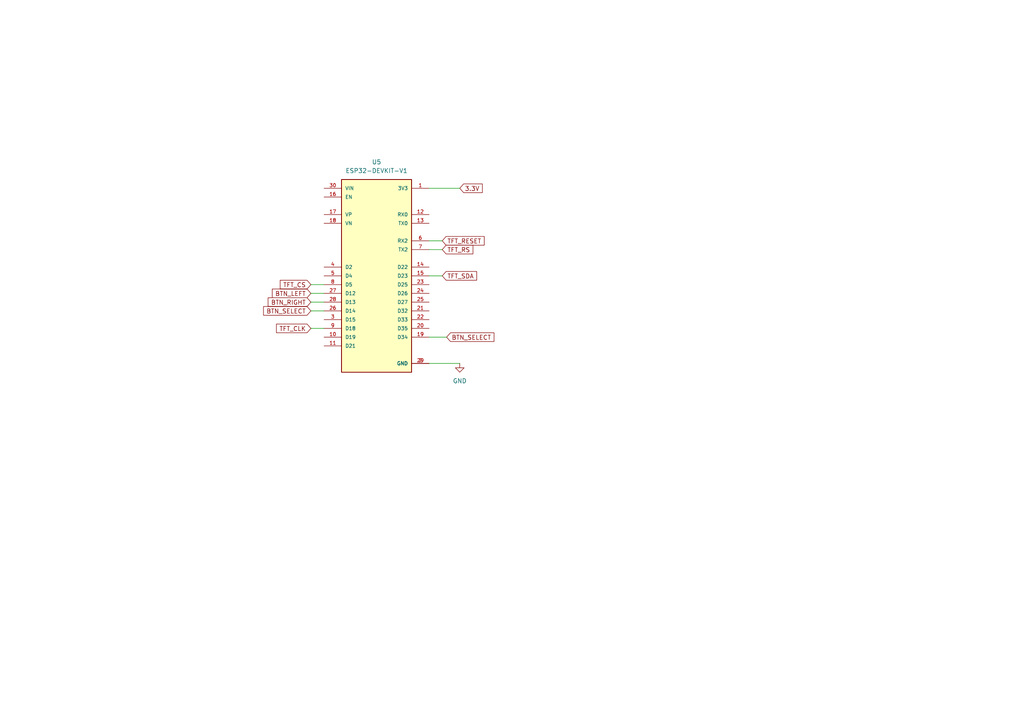
<source format=kicad_sch>
(kicad_sch (version 20250114) (generator "eeschema") (generator_version "9.0")
  (paper "A4")
  (lib_symbols
    (symbol "ESP32-DEVKIT-V1:ESP32-DEVKIT-V1" (pin_names (offset 1.016))
      (property "Reference" "U" (at -10.16 30.48 0))
      (property "Value" "ESP32-DEVKIT-V1" (at -10.16 -30.48 0))
      (symbol "ESP32-DEVKIT-V1_0_0"
        (rectangle (start -10.16 -27.94) (end 10.16 27.94) (stroke (width 0.254)) (fill (type background)))
        (pin input line (at -15.24 25.4 0) (length 5.08) (name "VIN") (number "30"))
        (pin input line (at -15.24 22.86 0) (length 5.08) (name "EN") (number "16"))
        (pin bidirectional line (at -15.24 17.78 0) (length 5.08) (name "VP") (number "17"))
        (pin bidirectional line (at -15.24 15.24 0) (length 5.08) (name "VN") (number "18"))
        (pin bidirectional line (at -15.24 2.54 0) (length 5.08) (name "D2") (number "4"))
        (pin bidirectional line (at -15.24 0 0) (length 5.08) (name "D4") (number "5"))
        (pin bidirectional line (at -15.24 -2.54 0) (length 5.08) (name "D5") (number "8"))
        (pin bidirectional line (at -15.24 -5.08 0) (length 5.08) (name "D12") (number "27"))
        (pin bidirectional line (at -15.24 -7.62 0) (length 5.08) (name "D13") (number "28"))
        (pin bidirectional line (at -15.24 -10.16 0) (length 5.08) (name "D14") (number "26"))
        (pin bidirectional line (at -15.24 -12.7 0) (length 5.08) (name "D15") (number "3"))
        (pin bidirectional line (at -15.24 -15.24 0) (length 5.08) (name "D18") (number "9"))
        (pin bidirectional line (at -15.24 -17.78 0) (length 5.08) (name "D19") (number "10"))
        (pin bidirectional line (at -15.24 -20.32 0) (length 5.08) (name "D21") (number "11"))
        (pin output line (at 15.24 25.4 180) (length 5.08) (name "3V3") (number "1"))
        (pin input line (at 15.24 17.78 180) (length 5.08) (name "RX0") (number "12"))
        (pin output line (at 15.24 15.24 180) (length 5.08) (name "TX0") (number "13"))
        (pin input line (at 15.24 10.16 180) (length 5.08) (name "RX2") (number "6"))
        (pin output line (at 15.24 7.62 180) (length 5.08) (name "TX2") (number "7"))
        (pin bidirectional line (at 15.24 2.54 180) (length 5.08) (name "D22") (number "14"))
        (pin bidirectional line (at 15.24 0 180) (length 5.08) (name "D23") (number "15"))
        (pin bidirectional line (at 15.24 -2.54 180) (length 5.08) (name "D25") (number "23"))
        (pin bidirectional line (at 15.24 -5.08 180) (length 5.08) (name "D26") (number "24"))
        (pin bidirectional line (at 15.24 -7.62 180) (length 5.08) (name "D27") (number "25"))
        (pin bidirectional line (at 15.24 -10.16 180) (length 5.08) (name "D32") (number "21"))
        (pin bidirectional line (at 15.24 -12.7 180) (length 5.08) (name "D33") (number "22"))
        (pin bidirectional line (at 15.24 -15.24 180) (length 5.08) (name "D35") (number "20"))
        (pin bidirectional line (at 15.24 -17.78 180) (length 5.08) (name "D34") (number "19"))
        (pin power_in line (at 15.24 -25.4 180) (length 5.08) (name "GND") (number "2"))
        (pin power_in line (at 15.24 -25.4 180) (length 5.08) (name "GND") (number "29"))
      )
    )
    (symbol "power:GND" (power) (pin_numbers (hide yes)) (pin_names (offset 0) (hide yes))
      (property "Value" "GND" (at 0 -3.81 0))
      (symbol "GND_0_1"
        (polyline (pts (xy 0 0) (xy 0 -1.27) (xy 1.27 -1.27) (xy 0 -2.54) (xy -1.27 -1.27) (xy 0 -1.27)))
      )
      (symbol "GND_1_1"
        (pin power_in line (at 0 0 270) (length 0) (name "~") (number "1"))
      )
    )
  )
  (wire (pts (xy 124.46 54.61) (xy 133.35 54.61)))
  (wire (pts (xy 90.17 82.55) (xy 93.98 82.55)))
  (wire (pts (xy 128.27 80.01) (xy 124.46 80.01)))
  (wire (pts (xy 128.27 69.85) (xy 124.46 69.85)))
  (wire (pts (xy 90.17 95.25) (xy 93.98 95.25)))
  (wire (pts (xy 90.17 87.63) (xy 93.98 87.63)))
  (wire (pts (xy 124.46 105.41) (xy 133.35 105.41)))
  (wire (pts (xy 90.17 90.17) (xy 93.98 90.17)))
  (wire (pts (xy 129.54 97.79) (xy 124.46 97.79)))
  (wire (pts (xy 93.98 85.09) (xy 90.17 85.09)))
  (wire (pts (xy 124.46 72.39) (xy 128.27 72.39)))
  (global_label "BTN_RIGHT" (shape input) (at 90.17 87.63 180) (property "Intersheetrefs" "${INTERSHEET_REFS}" (effects (hide yes))))
  (global_label "TFT_RS" (shape input) (at 128.27 72.39 0) (property "Intersheetrefs" "${INTERSHEET_REFS}" (effects (hide yes))))
  (global_label "TFT_SDA" (shape input) (at 128.27 80.01 0) (property "Intersheetrefs" "${INTERSHEET_REFS}" (effects (hide yes))))
  (global_label "TFT_CLK" (shape input) (at 90.17 95.25 180) (property "Intersheetrefs" "${INTERSHEET_REFS}" (effects (hide yes))))
  (global_label "TFT_CS" (shape input) (at 90.17 82.55 180) (property "Intersheetrefs" "${INTERSHEET_REFS}" (effects (hide yes))))
  (global_label "BTN_LEFT" (shape input) (at 90.17 85.09 180) (property "Intersheetrefs" "${INTERSHEET_REFS}" (effects (hide yes))))
  (global_label "TFT_RESET" (shape input) (at 128.27 69.85 0) (property "Intersheetrefs" "${INTERSHEET_REFS}" (effects (hide yes))))
  (global_label "BTN_SELECT" (shape input) (at 129.54 97.79 0) (property "Intersheetrefs" "${INTERSHEET_REFS}" (effects (hide yes))))
  (global_label "3.3V" (shape input) (at 133.35 54.61 0) (property "Intersheetrefs" "${INTERSHEET_REFS}" (effects (hide yes))))
  (global_label "BTN_SELECT" (shape input) (at 90.17 90.17 180) (property "Intersheetrefs" "${INTERSHEET_REFS}" (effects (hide yes))))
  (symbol (lib_id "ESP32-DEVKIT-V1:ESP32-DEVKIT-V1") (at 109.22 80.01 0) (unit 1)
    (property "Reference" "U5" (at 109.22 46.99 0))
    (property "Value" "ESP32-DEVKIT-V1" (at 109.22 49.53 0))
    (property "Footprint" "ESP32 Devkit:MODULE_ESP32_DEVKIT_V1" (effects (hide yes)))
    (property "MF" "Do it" (effects (hide yes)))
    (property "MAXIMUM_PACKAGE_HEIGHT" "6.8 mm" (effects (hide yes)))
    (property "Package" "None" (effects (hide yes)))
    (property "Price" "None" (effects (hide yes)))
    (property "Check_prices" "https://www.snapeda.com/parts/ESP32-DEVKIT-V1/Do+it/view-part/?ref=eda" (effects (hide yes)))
    (property "STANDARD" "Manufacturer Recommendations" (effects (hide yes)))
    (property "PARTREV" "N/A" (effects (hide yes)))
    (property "SnapEDA_Link" "https://www.snapeda.com/parts/ESP32-DEVKIT-V1/Do+it/view-part/?ref=snap" (effects (hide yes)))
    (property "MP" "ESP32-DEVKIT-V1" (effects (hide yes)))
    (property "Description_1" "Dual core, Wi-Fi: 2.4 GHz up to 150 Mbits/s,BLE (Bluetooth Low Energy) and legacy Bluetooth, 32 bits, Up to 240 MHz" (effects (hide yes)))
    (property "Availability" "Not in stock" (effects (hide yes)))
    (property "MANUFACTURER" "DOIT" (effects (hide yes)))
  )
  (symbol (lib_id "power:GND") (at 133.35 105.41 0) (unit 1)
    (property "Reference" "#PWR04" (effects (hide yes)))
    (property "Value" "GND" (at 133.35 110.49 0))
    (property "Description" "Power symbol creates a global label with name \"GND\" , ground" (effects (hide yes)))
  )
)
</source>
